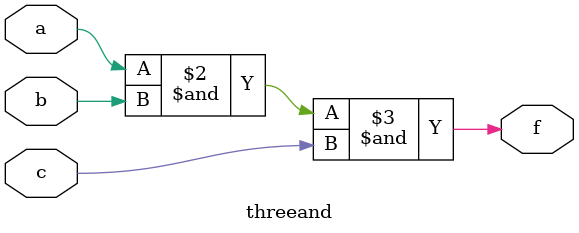
<source format=sv>
module threeand
(
	input logic a,b,c,
	output logic f
);

always_comb
begin
	f=a & b & c;
end
	
endmodule : threeand
</source>
